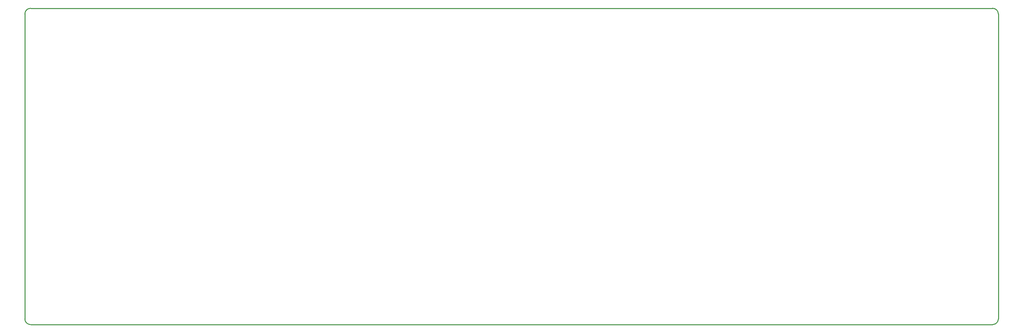
<source format=gko>
G04 Layer: BoardOutline*
G04 EasyEDA v6.3.22, 2020-02-17T18:37:01+01:00*
G04 8ef9b12feb67497680a1b9269dc6658d,26ee6207a3b842de9ca16fdba9f4f307,10*
G04 Gerber Generator version 0.2*
G04 Scale: 100 percent, Rotated: No, Reflected: No *
G04 Dimensions in millimeters *
G04 leading zeros omitted , absolute positions ,3 integer and 3 decimal *
%FSLAX33Y33*%
%MOMM*%
G90*
G71D02*

%ADD10C,0.254000*%
G54D10*
G01X1499Y83000D02*
G01X253499Y83000D01*
G01X254999Y81500D02*
G01X254999Y1500D01*
G01X253500Y0D02*
G01X1499Y0D01*
G01X2Y1500D02*
G01X2Y81500D01*
G75*
G01X253500Y83000D02*
G02X255000Y81500I0J-1500D01*
G01*
G75*
G01X255000Y1500D02*
G02X253500Y0I-1500J0D01*
G01*
G75*
G01X1500Y0D02*
G02X0Y1500I0J1500D01*
G01*
G75*
G01X0Y81500D02*
G02X1500Y83000I1500J0D01*
G01*

%LPD*%
M00*
M02*

</source>
